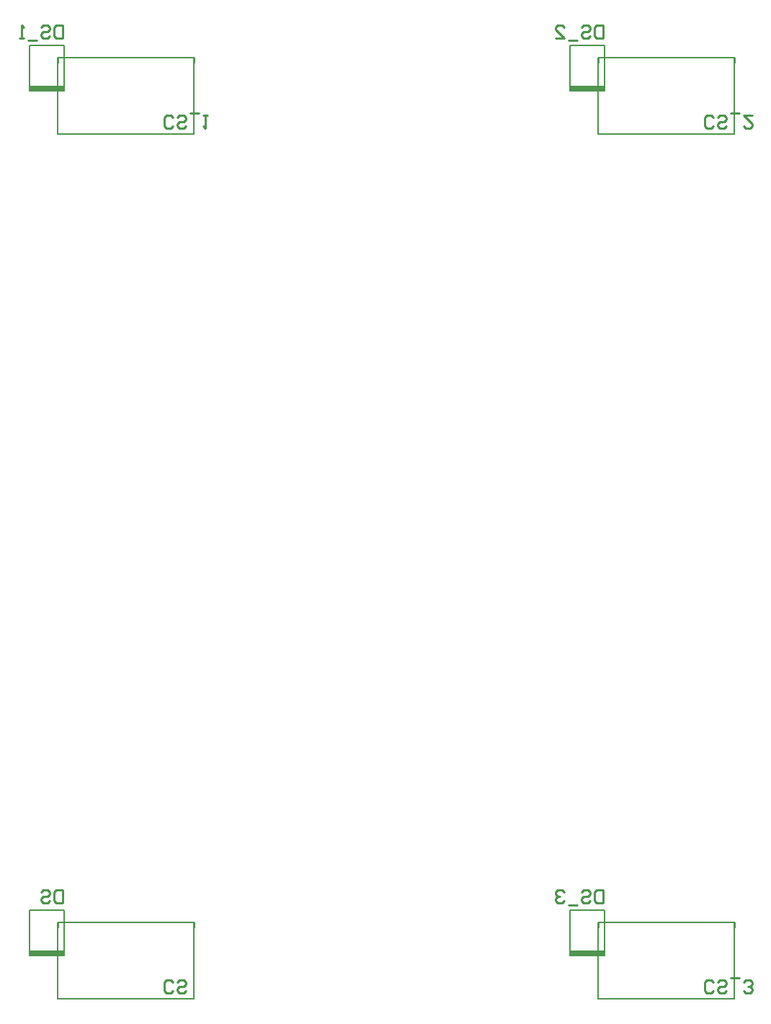
<source format=gbo>
%FSLAX25Y25*%
%MOIN*%
G70*
G01*
G75*
G04 Layer_Color=32896*
%ADD10C,0.05906*%
%ADD11C,0.07087*%
%ADD12R,0.07087X0.07087*%
%ADD13C,0.27000*%
%ADD14R,0.07087X0.07087*%
%ADD15C,0.09843*%
%ADD16R,0.09055X0.05906*%
%ADD17C,0.05000*%
%ADD18C,0.06000*%
%ADD19R,0.23000X0.29000*%
%ADD20R,0.50800X0.48500*%
%ADD21R,0.25000X0.07000*%
%ADD22R,0.71440X1.29200*%
%ADD23R,0.94240X1.26700*%
%ADD24R,0.80583X2.30800*%
%ADD25R,0.73443X0.74200*%
%ADD26R,0.18000X0.18000*%
%ADD27R,0.26000X0.12800*%
%ADD28R,0.18000X2.24000*%
%ADD29C,0.00787*%
%ADD30C,0.01000*%
%ADD31C,0.00800*%
%ADD32C,0.00591*%
%ADD33C,0.06706*%
%ADD34C,0.07887*%
%ADD35R,0.07887X0.07887*%
%ADD36C,0.27800*%
%ADD37R,0.07887X0.07887*%
%ADD38C,0.10642*%
%ADD39R,0.09855X0.06706*%
%ADD40R,0.15800X0.01900*%
D29*
X459626Y307999D02*
X467500D01*
X459626Y287133D02*
Y307999D01*
Y287133D02*
X475374D01*
Y307999D01*
X467500D02*
X475374D01*
X472400Y302416D02*
X535392D01*
X472400Y266984D02*
Y302416D01*
X535392Y266984D02*
Y289031D01*
Y302416D01*
X472400Y266984D02*
X535392D01*
X459626Y707999D02*
X467500D01*
X459626Y687133D02*
Y707999D01*
Y687133D02*
X475374D01*
Y707999D01*
X467500D02*
X475374D01*
X472400Y702417D02*
X535392D01*
X472400Y666984D02*
Y702417D01*
X535392Y666984D02*
Y689031D01*
Y702417D01*
X472400Y666984D02*
X535392D01*
X209626Y707999D02*
X217500D01*
X209626Y687133D02*
Y707999D01*
Y687133D02*
X225374D01*
Y707999D01*
X217500D02*
X225374D01*
X222400Y702417D02*
X285392D01*
X222400Y666984D02*
Y702417D01*
X285392Y666984D02*
Y689031D01*
Y702417D01*
X222400Y666984D02*
X285392D01*
X222400Y302416D02*
X285392D01*
X222400Y266984D02*
Y302416D01*
X285392Y266984D02*
Y289031D01*
Y302416D01*
X222400Y266984D02*
X285392D01*
X209626Y307999D02*
X217500D01*
X209626Y287133D02*
Y307999D01*
Y287133D02*
X225374D01*
Y307999D01*
X217500D02*
X225374D01*
D30*
X472400Y300054D02*
Y302416D01*
X535392Y300054D02*
Y302416D01*
X472400Y700054D02*
Y702417D01*
X535392Y700054D02*
Y702417D01*
X222400Y700054D02*
Y702417D01*
X285392Y700054D02*
Y702417D01*
X222400Y300054D02*
Y302416D01*
X285392Y300054D02*
Y302416D01*
X474800Y317398D02*
Y311400D01*
X471801D01*
X470801Y312400D01*
Y316398D01*
X471801Y317398D01*
X474800D01*
X464803Y316398D02*
X465803Y317398D01*
X467802D01*
X468802Y316398D01*
Y315399D01*
X467802Y314399D01*
X465803D01*
X464803Y313399D01*
Y312400D01*
X465803Y311400D01*
X467802D01*
X468802Y312400D01*
X462804Y310400D02*
X458805D01*
X456806Y316398D02*
X455806Y317398D01*
X453807D01*
X452807Y316398D01*
Y315399D01*
X453807Y314399D01*
X454807D01*
X453807D01*
X452807Y313399D01*
Y312400D01*
X453807Y311400D01*
X455806D01*
X456806Y312400D01*
X525699Y270602D02*
X524699Y269602D01*
X522700D01*
X521700Y270602D01*
Y274600D01*
X522700Y275600D01*
X524699D01*
X525699Y274600D01*
X531697Y270602D02*
X530697Y269602D01*
X528698D01*
X527698Y270602D01*
Y271601D01*
X528698Y272601D01*
X530697D01*
X531697Y273601D01*
Y274600D01*
X530697Y275600D01*
X528698D01*
X527698Y274600D01*
X533696Y276600D02*
X537695D01*
X539694Y270602D02*
X540694Y269602D01*
X542693D01*
X543693Y270602D01*
Y271601D01*
X542693Y272601D01*
X541693D01*
X542693D01*
X543693Y273601D01*
Y274600D01*
X542693Y275600D01*
X540694D01*
X539694Y274600D01*
X474800Y717398D02*
Y711400D01*
X471801D01*
X470801Y712400D01*
Y716398D01*
X471801Y717398D01*
X474800D01*
X464803Y716398D02*
X465803Y717398D01*
X467802D01*
X468802Y716398D01*
Y715399D01*
X467802Y714399D01*
X465803D01*
X464803Y713399D01*
Y712400D01*
X465803Y711400D01*
X467802D01*
X468802Y712400D01*
X462804Y710400D02*
X458805D01*
X452807Y711400D02*
X456806D01*
X452807Y715399D01*
Y716398D01*
X453807Y717398D01*
X455806D01*
X456806Y716398D01*
X525699Y670602D02*
X524699Y669602D01*
X522700D01*
X521700Y670602D01*
Y674600D01*
X522700Y675600D01*
X524699D01*
X525699Y674600D01*
X531697Y670602D02*
X530697Y669602D01*
X528698D01*
X527698Y670602D01*
Y671601D01*
X528698Y672601D01*
X530697D01*
X531697Y673601D01*
Y674600D01*
X530697Y675600D01*
X528698D01*
X527698Y674600D01*
X533696Y676600D02*
X537695D01*
X543693Y675600D02*
X539694D01*
X543693Y671601D01*
Y670602D01*
X542693Y669602D01*
X540694D01*
X539694Y670602D01*
X224800Y717398D02*
Y711400D01*
X221801D01*
X220801Y712400D01*
Y716398D01*
X221801Y717398D01*
X224800D01*
X214803Y716398D02*
X215803Y717398D01*
X217802D01*
X218802Y716398D01*
Y715399D01*
X217802Y714399D01*
X215803D01*
X214803Y713399D01*
Y712400D01*
X215803Y711400D01*
X217802D01*
X218802Y712400D01*
X212804Y710400D02*
X208805D01*
X206806Y711400D02*
X204806D01*
X205806D01*
Y717398D01*
X206806Y716398D01*
X275699Y670602D02*
X274699Y669602D01*
X272700D01*
X271700Y670602D01*
Y674600D01*
X272700Y675600D01*
X274699D01*
X275699Y674600D01*
X281697Y670602D02*
X280697Y669602D01*
X278698D01*
X277698Y670602D01*
Y671601D01*
X278698Y672601D01*
X280697D01*
X281697Y673601D01*
Y674600D01*
X280697Y675600D01*
X278698D01*
X277698Y674600D01*
X283696Y676600D02*
X287695D01*
X289694Y675600D02*
X291693D01*
X290694D01*
Y669602D01*
X289694Y670602D01*
X275699Y270602D02*
X274699Y269602D01*
X272700D01*
X271700Y270602D01*
Y274600D01*
X272700Y275600D01*
X274699D01*
X275699Y274600D01*
X281697Y270602D02*
X280697Y269602D01*
X278698D01*
X277698Y270602D01*
Y271601D01*
X278698Y272601D01*
X280697D01*
X281697Y273601D01*
Y274600D01*
X280697Y275600D01*
X278698D01*
X277698Y274600D01*
X224800Y317398D02*
Y311400D01*
X221801D01*
X220801Y312400D01*
Y316398D01*
X221801Y317398D01*
X224800D01*
X214803Y316398D02*
X215803Y317398D01*
X217802D01*
X218802Y316398D01*
Y315399D01*
X217802Y314399D01*
X215803D01*
X214803Y313399D01*
Y312400D01*
X215803Y311400D01*
X217802D01*
X218802Y312400D01*
D40*
X467500Y288216D02*
D03*
Y688216D02*
D03*
X217500D02*
D03*
Y288216D02*
D03*
M02*

</source>
